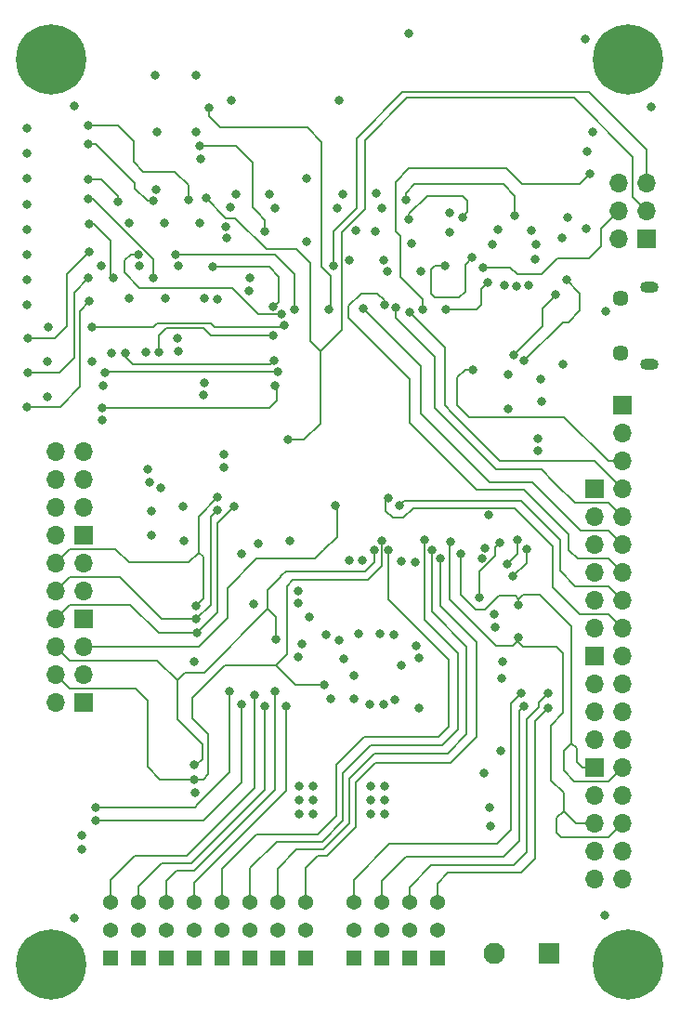
<source format=gbl>
G04 #@! TF.GenerationSoftware,KiCad,Pcbnew,6.0.11-2627ca5db0~126~ubuntu20.04.1*
G04 #@! TF.CreationDate,2023-09-04T21:17:00-03:00*
G04 #@! TF.ProjectId,Drone FCC,44726f6e-6520-4464-9343-2e6b69636164,rev?*
G04 #@! TF.SameCoordinates,Original*
G04 #@! TF.FileFunction,Copper,L4,Bot*
G04 #@! TF.FilePolarity,Positive*
%FSLAX46Y46*%
G04 Gerber Fmt 4.6, Leading zero omitted, Abs format (unit mm)*
G04 Created by KiCad (PCBNEW 6.0.11-2627ca5db0~126~ubuntu20.04.1) date 2023-09-04 21:17:00*
%MOMM*%
%LPD*%
G01*
G04 APERTURE LIST*
G04 #@! TA.AperFunction,ComponentPad*
%ADD10C,1.370000*%
G04 #@! TD*
G04 #@! TA.AperFunction,ComponentPad*
%ADD11R,1.370000X1.370000*%
G04 #@! TD*
G04 #@! TA.AperFunction,ComponentPad*
%ADD12R,1.700000X1.700000*%
G04 #@! TD*
G04 #@! TA.AperFunction,ComponentPad*
%ADD13O,1.700000X1.700000*%
G04 #@! TD*
G04 #@! TA.AperFunction,ConnectorPad*
%ADD14C,6.400000*%
G04 #@! TD*
G04 #@! TA.AperFunction,ComponentPad*
%ADD15C,3.600000*%
G04 #@! TD*
G04 #@! TA.AperFunction,ComponentPad*
%ADD16R,1.950000X1.950000*%
G04 #@! TD*
G04 #@! TA.AperFunction,ComponentPad*
%ADD17C,1.950000*%
G04 #@! TD*
G04 #@! TA.AperFunction,ComponentPad*
%ADD18O,1.700000X1.000000*%
G04 #@! TD*
G04 #@! TA.AperFunction,ComponentPad*
%ADD19C,1.450000*%
G04 #@! TD*
G04 #@! TA.AperFunction,ViaPad*
%ADD20C,0.800000*%
G04 #@! TD*
G04 #@! TA.AperFunction,Conductor*
%ADD21C,0.200000*%
G04 #@! TD*
G04 APERTURE END LIST*
D10*
G04 #@! TO.P,J14,1,Pin_1*
G04 #@! TO.N,/MCU/TIM4_CH4*
X161392400Y-131215600D03*
G04 #@! TO.P,J14,2,Pin_2*
G04 #@! TO.N,/Motores_servos_PWM/Vdd_servos*
X161392400Y-133755600D03*
D11*
G04 #@! TO.P,J14,3,Pin_3*
G04 #@! TO.N,GND*
X161392400Y-136295600D03*
G04 #@! TD*
D12*
G04 #@! TO.P,J20,1,Pin_1*
G04 #@! TO.N,3V3*
X129159000Y-112989600D03*
D13*
G04 #@! TO.P,J20,2,Pin_2*
G04 #@! TO.N,unconnected-(J20-Pad2)*
X126619000Y-112989600D03*
G04 #@! TO.P,J20,3,Pin_3*
G04 #@! TO.N,GND*
X129159000Y-110449600D03*
G04 #@! TO.P,J20,4,Pin_4*
G04 #@! TO.N,/Sensores/GNSS_SDA*
X126619000Y-110449600D03*
G04 #@! TO.P,J20,5,Pin_5*
G04 #@! TO.N,/Sensores/MAG_INT_DATA_RDY*
X129159000Y-107909600D03*
G04 #@! TO.P,J20,6,Pin_6*
G04 #@! TO.N,/Sensores/GNSS_SCL*
X126619000Y-107909600D03*
G04 #@! TD*
D12*
G04 #@! TO.P,J28,1,Pin_1*
G04 #@! TO.N,5V*
X175706000Y-108767800D03*
D13*
G04 #@! TO.P,J28,2,Pin_2*
X178246000Y-108767800D03*
G04 #@! TO.P,J28,3,Pin_3*
G04 #@! TO.N,GND*
X175706000Y-111307800D03*
G04 #@! TO.P,J28,4,Pin_4*
X178246000Y-111307800D03*
G04 #@! TO.P,J28,5,Pin_5*
X175706000Y-113847800D03*
G04 #@! TO.P,J28,6,Pin_6*
X178246000Y-113847800D03*
G04 #@! TO.P,J28,7,Pin_7*
G04 #@! TO.N,3V3*
X175706000Y-116387800D03*
G04 #@! TO.P,J28,8,Pin_8*
X178246000Y-116387800D03*
G04 #@! TD*
D12*
G04 #@! TO.P,J23,1,Pin_1*
G04 #@! TO.N,3V3*
X129159000Y-105369600D03*
D13*
G04 #@! TO.P,J23,2,Pin_2*
G04 #@! TO.N,/Sensores/GNSS_PPS*
X126619000Y-105369600D03*
G04 #@! TO.P,J23,3,Pin_3*
G04 #@! TO.N,GND*
X129159000Y-102829600D03*
G04 #@! TO.P,J23,4,Pin_4*
G04 #@! TO.N,/Sensores/GNSS_Rx*
X126619000Y-102829600D03*
G04 #@! TO.P,J23,5,Pin_5*
G04 #@! TO.N,5V*
X129159000Y-100289600D03*
G04 #@! TO.P,J23,6,Pin_6*
G04 #@! TO.N,/Sensores/GNSS_Tx*
X126619000Y-100289600D03*
G04 #@! TD*
D10*
G04 #@! TO.P,J12,1,Pin_1*
G04 #@! TO.N,/MCU/TIM4_CH2*
X156312400Y-131215600D03*
G04 #@! TO.P,J12,2,Pin_2*
G04 #@! TO.N,/Motores_servos_PWM/Vdd_servos*
X156312400Y-133755600D03*
D11*
G04 #@! TO.P,J12,3,Pin_3*
G04 #@! TO.N,GND*
X156312400Y-136295600D03*
G04 #@! TD*
D10*
G04 #@! TO.P,J9,1,Pin_1*
G04 #@! TO.N,/MCU/TIM1_CH4*
X149420900Y-131215600D03*
G04 #@! TO.P,J9,2,Pin_2*
G04 #@! TO.N,/Motores_servos_PWM/Vdd_ESC*
X149420900Y-133755600D03*
D11*
G04 #@! TO.P,J9,3,Pin_3*
G04 #@! TO.N,GND*
X149420900Y-136295600D03*
G04 #@! TD*
D10*
G04 #@! TO.P,J11,1,Pin_1*
G04 #@! TO.N,/MCU/TIM4_CH1*
X153772400Y-131215600D03*
G04 #@! TO.P,J11,2,Pin_2*
G04 #@! TO.N,/Motores_servos_PWM/Vdd_servos*
X153772400Y-133755600D03*
D11*
G04 #@! TO.P,J11,3,Pin_3*
G04 #@! TO.N,GND*
X153772400Y-136295600D03*
G04 #@! TD*
D10*
G04 #@! TO.P,J7,1,Pin_1*
G04 #@! TO.N,/MCU/TIM1_CH2*
X144340900Y-131215600D03*
G04 #@! TO.P,J7,2,Pin_2*
G04 #@! TO.N,/Motores_servos_PWM/Vdd_ESC*
X144340900Y-133755600D03*
D11*
G04 #@! TO.P,J7,3,Pin_3*
G04 #@! TO.N,GND*
X144340900Y-136295600D03*
G04 #@! TD*
D12*
G04 #@! TO.P,J29,1,Pin_1*
G04 #@! TO.N,GND*
X175706000Y-93527800D03*
D13*
G04 #@! TO.P,J29,2,Pin_2*
G04 #@! TO.N,/Conexiones_extra/UARTC_TX*
X178246000Y-93527800D03*
G04 #@! TO.P,J29,3,Pin_3*
G04 #@! TO.N,3V3*
X175706000Y-96067800D03*
G04 #@! TO.P,J29,4,Pin_4*
G04 #@! TO.N,/Conexiones_extra/UARTC_RX*
X178246000Y-96067800D03*
G04 #@! TO.P,J29,5,Pin_5*
G04 #@! TO.N,GND*
X175706000Y-98607800D03*
G04 #@! TO.P,J29,6,Pin_6*
G04 #@! TO.N,/Conexiones_extra/UARTB_TX*
X178246000Y-98607800D03*
G04 #@! TO.P,J29,7,Pin_7*
G04 #@! TO.N,3V3*
X175706000Y-101147800D03*
G04 #@! TO.P,J29,8,Pin_8*
G04 #@! TO.N,/Conexiones_extra/UARTB_RX*
X178246000Y-101147800D03*
G04 #@! TO.P,J29,9,Pin_9*
G04 #@! TO.N,GND*
X175706000Y-103687800D03*
G04 #@! TO.P,J29,10,Pin_10*
G04 #@! TO.N,/Conexiones_extra/UARTA_TX*
X178246000Y-103687800D03*
G04 #@! TO.P,J29,11,Pin_11*
G04 #@! TO.N,3V3*
X175706000Y-106227800D03*
G04 #@! TO.P,J29,12,Pin_12*
G04 #@! TO.N,/Conexiones_extra/UARTA_RX*
X178246000Y-106227800D03*
G04 #@! TD*
D14*
G04 #@! TO.P,H2,1,1*
G04 #@! TO.N,/Chassis_Bond_2*
X178824400Y-54381400D03*
D15*
X178824400Y-54381400D03*
G04 #@! TD*
D12*
G04 #@! TO.P,J27,1,Pin_1*
G04 #@! TO.N,5V*
X129159000Y-97749600D03*
D13*
G04 #@! TO.P,J27,2,Pin_2*
G04 #@! TO.N,/Conexiones_extra/SPI_MOSI*
X126619000Y-97749600D03*
G04 #@! TO.P,J27,3,Pin_3*
G04 #@! TO.N,3V3*
X129159000Y-95209600D03*
G04 #@! TO.P,J27,4,Pin_4*
G04 #@! TO.N,/Conexiones_extra/SPI_MISO*
X126619000Y-95209600D03*
G04 #@! TO.P,J27,5,Pin_5*
G04 #@! TO.N,/Conexiones_extra/SPI_SCK*
X129159000Y-92669600D03*
G04 #@! TO.P,J27,6,Pin_6*
G04 #@! TO.N,/Conexiones_extra/SPI_CS*
X126619000Y-92669600D03*
G04 #@! TO.P,J27,7,Pin_7*
G04 #@! TO.N,GND*
X129159000Y-90129600D03*
G04 #@! TO.P,J27,8,Pin_8*
G04 #@! TO.N,/Conexiones_extra/SPI_EOC*
X126619000Y-90129600D03*
G04 #@! TD*
D10*
G04 #@! TO.P,J2,1,Pin_1*
G04 #@! TO.N,/MCU/TIM3_CH1*
X131640900Y-131215600D03*
G04 #@! TO.P,J2,2,Pin_2*
G04 #@! TO.N,/Motores_servos_PWM/Vdd_ESC*
X131640900Y-133755600D03*
D11*
G04 #@! TO.P,J2,3,Pin_3*
G04 #@! TO.N,GND*
X131640900Y-136295600D03*
G04 #@! TD*
D16*
G04 #@! TO.P,J10,1,Pin_1*
G04 #@! TO.N,/Motores_servos_PWM/Vdd_servos*
X171605900Y-135865200D03*
D17*
G04 #@! TO.P,J10,2,Pin_2*
G04 #@! TO.N,GND*
X166605900Y-135865200D03*
G04 #@! TD*
D14*
G04 #@! TO.P,H1,1,1*
G04 #@! TO.N,/Chassis_Bond_1*
X126224400Y-54381400D03*
D15*
X126224400Y-54381400D03*
G04 #@! TD*
D12*
G04 #@! TO.P,J18,1,Pin_1*
G04 #@! TO.N,5V*
X178246000Y-85907800D03*
D13*
G04 #@! TO.P,J18,2,Pin_2*
G04 #@! TO.N,GND*
X178246000Y-88447800D03*
G04 #@! TO.P,J18,3,Pin_3*
G04 #@! TO.N,/MCU/TIM8_CH2*
X178246000Y-90987800D03*
G04 #@! TD*
D10*
G04 #@! TO.P,J4,1,Pin_1*
G04 #@! TO.N,/MCU/TIM3_CH3*
X136720900Y-131215600D03*
G04 #@! TO.P,J4,2,Pin_2*
G04 #@! TO.N,/Motores_servos_PWM/Vdd_ESC*
X136720900Y-133755600D03*
D11*
G04 #@! TO.P,J4,3,Pin_3*
G04 #@! TO.N,GND*
X136720900Y-136295600D03*
G04 #@! TD*
D10*
G04 #@! TO.P,J5,1,Pin_1*
G04 #@! TO.N,/MCU/TIM3_CH4*
X139260900Y-131215600D03*
G04 #@! TO.P,J5,2,Pin_2*
G04 #@! TO.N,/Motores_servos_PWM/Vdd_ESC*
X139260900Y-133755600D03*
D11*
G04 #@! TO.P,J5,3,Pin_3*
G04 #@! TO.N,GND*
X139260900Y-136295600D03*
G04 #@! TD*
D12*
G04 #@! TO.P,J26,1,Pin_1*
G04 #@! TO.N,/Conexiones_extra/I2CA_SDA*
X175706000Y-118927800D03*
D13*
G04 #@! TO.P,J26,2,Pin_2*
X178246000Y-118927800D03*
G04 #@! TO.P,J26,3,Pin_3*
G04 #@! TO.N,GND*
X175706000Y-121467800D03*
G04 #@! TO.P,J26,4,Pin_4*
X178246000Y-121467800D03*
G04 #@! TO.P,J26,5,Pin_5*
G04 #@! TO.N,/Conexiones_extra/I2CA_SCL*
X175706000Y-124007800D03*
G04 #@! TO.P,J26,6,Pin_6*
X178246000Y-124007800D03*
G04 #@! TO.P,J26,7,Pin_7*
G04 #@! TO.N,5V*
X175706000Y-126547800D03*
G04 #@! TO.P,J26,8,Pin_8*
G04 #@! TO.N,3V3*
X178246000Y-126547800D03*
G04 #@! TO.P,J26,9,Pin_9*
G04 #@! TO.N,5V*
X175706000Y-129087800D03*
G04 #@! TO.P,J26,10,Pin_10*
G04 #@! TO.N,3V3*
X178246000Y-129087800D03*
G04 #@! TD*
D15*
G04 #@! TO.P,H3,1,1*
G04 #@! TO.N,/Chassis_Bond_3*
X126224400Y-136880600D03*
D14*
X126224400Y-136880600D03*
G04 #@! TD*
D18*
G04 #@! TO.P,J25,6,SHIELD*
G04 #@! TO.N,GND*
X180771800Y-75188000D03*
X180771800Y-82188000D03*
D19*
G04 #@! TO.P,J25,7,MOUNT_1*
X178071800Y-76188000D03*
X178071800Y-81188000D03*
G04 #@! TD*
D10*
G04 #@! TO.P,J6,1,Pin_1*
G04 #@! TO.N,/MCU/TIM1_CH1*
X141800900Y-131215600D03*
G04 #@! TO.P,J6,2,Pin_2*
G04 #@! TO.N,/Motores_servos_PWM/Vdd_ESC*
X141800900Y-133755600D03*
D11*
G04 #@! TO.P,J6,3,Pin_3*
G04 #@! TO.N,GND*
X141800900Y-136295600D03*
G04 #@! TD*
D10*
G04 #@! TO.P,J3,1,Pin_1*
G04 #@! TO.N,/MCU/TIM3_CH2*
X134180900Y-131215600D03*
G04 #@! TO.P,J3,2,Pin_2*
G04 #@! TO.N,/Motores_servos_PWM/Vdd_ESC*
X134180900Y-133755600D03*
D11*
G04 #@! TO.P,J3,3,Pin_3*
G04 #@! TO.N,GND*
X134180900Y-136295600D03*
G04 #@! TD*
D14*
G04 #@! TO.P,H4,1,1*
G04 #@! TO.N,/Chassis_Bond_4*
X178824400Y-136880600D03*
D15*
X178824400Y-136880600D03*
G04 #@! TD*
D10*
G04 #@! TO.P,J8,1,Pin_1*
G04 #@! TO.N,/MCU/TIM1_CH3*
X146880900Y-131215600D03*
G04 #@! TO.P,J8,2,Pin_2*
G04 #@! TO.N,/Motores_servos_PWM/Vdd_ESC*
X146880900Y-133755600D03*
D11*
G04 #@! TO.P,J8,3,Pin_3*
G04 #@! TO.N,GND*
X146880900Y-136295600D03*
G04 #@! TD*
D12*
G04 #@! TO.P,J1,1,Pin_1*
G04 #@! TO.N,/Debug/SWDIO*
X180492400Y-70774800D03*
D13*
G04 #@! TO.P,J1,2,Pin_2*
G04 #@! TO.N,3V3*
X177952400Y-70774800D03*
G04 #@! TO.P,J1,3,Pin_3*
G04 #@! TO.N,/Debug/NRST*
X180492400Y-68234800D03*
G04 #@! TO.P,J1,4,Pin_4*
G04 #@! TO.N,/Debug/SWCLK*
X177952400Y-68234800D03*
G04 #@! TO.P,J1,5,Pin_5*
G04 #@! TO.N,/Debug/SWO*
X180492400Y-65694800D03*
G04 #@! TO.P,J1,6,Pin_6*
G04 #@! TO.N,GND*
X177952400Y-65694800D03*
G04 #@! TD*
D10*
G04 #@! TO.P,J13,1,Pin_1*
G04 #@! TO.N,/MCU/TIM4_CH3*
X158852400Y-131215600D03*
G04 #@! TO.P,J13,2,Pin_2*
G04 #@! TO.N,/Motores_servos_PWM/Vdd_servos*
X158852400Y-133755600D03*
D11*
G04 #@! TO.P,J13,3,Pin_3*
G04 #@! TO.N,GND*
X158852400Y-136295600D03*
G04 #@! TD*
D20*
G04 #@! TO.N,/MCU/SDMMC1_D3*
X162102800Y-73219700D03*
G04 #@! TO.N,/MCU/SDMMC1_CMD*
X162153600Y-77165200D03*
X166039800Y-74752200D03*
G04 #@! TO.N,/Debug/SWCLK*
X165557200Y-73355200D03*
G04 #@! TO.N,/MCU/SDMMC1_D3*
X164566600Y-72491600D03*
G04 #@! TO.N,3V3*
X159080200Y-71170800D03*
G04 #@! TO.N,Net-(J24-Pad1)*
X158826200Y-69011800D03*
X163677600Y-68808600D03*
G04 #@! TO.N,3V3*
X167487600Y-75031600D03*
X162560000Y-70180200D03*
X170281600Y-72644000D03*
X174980600Y-69824600D03*
G04 #@! TO.N,GND*
X131749800Y-81153000D03*
X142163800Y-69646800D03*
X143535400Y-99466400D03*
X139217400Y-109296200D03*
X129006600Y-126365000D03*
X139446000Y-55880000D03*
X153771600Y-112649000D03*
X158165800Y-100152200D03*
X129921000Y-81915000D03*
X139344400Y-121208800D03*
X142570200Y-67919600D03*
X156544550Y-113213750D03*
X133299200Y-76211550D03*
X142671800Y-58115200D03*
X170434000Y-71247000D03*
X162509200Y-68427600D03*
X175056800Y-62814200D03*
X157509750Y-112756550D03*
X155726850Y-70052650D03*
X153771600Y-110591600D03*
X137744200Y-79857600D03*
X137820400Y-73253600D03*
X169697400Y-74980800D03*
X128328800Y-132630100D03*
X149707600Y-105257600D03*
X152323800Y-67945000D03*
X166217600Y-124256800D03*
X154228800Y-106756200D03*
X125882400Y-81915000D03*
X152806400Y-66675000D03*
X165451675Y-99884249D03*
X159744950Y-113540050D03*
X141986000Y-90424000D03*
X128295400Y-58674000D03*
X148767800Y-108889800D03*
X156488850Y-72719650D03*
X170561000Y-90093800D03*
X176758600Y-77343000D03*
X165633400Y-119456200D03*
X135051800Y-91739650D03*
X136194800Y-93416051D03*
X139761000Y-69318500D03*
X143027400Y-66700400D03*
X125882400Y-85115400D03*
X174879000Y-52552600D03*
X144653000Y-104013000D03*
X152450800Y-58140600D03*
X144246600Y-75522900D03*
X130937000Y-84124800D03*
X125933200Y-78790800D03*
X180924200Y-58775600D03*
X148691600Y-103987600D03*
X166090600Y-95927300D03*
X140208000Y-76174600D03*
X168605200Y-75082400D03*
X152476200Y-107365800D03*
X145084800Y-98526600D03*
X159486600Y-107873800D03*
X135307400Y-95540600D03*
X135178800Y-92908050D03*
X130759200Y-73253600D03*
X133309400Y-69293100D03*
X129032000Y-125095000D03*
X138217051Y-95129400D03*
X139852400Y-63500000D03*
X140157200Y-83870800D03*
X130886200Y-87249000D03*
X176682400Y-132410200D03*
X134823200Y-81102200D03*
X136626600Y-76160750D03*
X170942000Y-85598000D03*
X149453600Y-70993000D03*
X167335200Y-109270800D03*
X173304200Y-68834000D03*
X149072600Y-107645200D03*
X159943800Y-73710800D03*
X172897800Y-82169000D03*
X153372650Y-100067025D03*
X167157400Y-117398800D03*
X137769600Y-81000600D03*
X134289800Y-73228200D03*
X136560600Y-69293100D03*
X158775400Y-52044600D03*
X167894000Y-86233000D03*
X169951400Y-70002400D03*
X139420600Y-61010800D03*
G04 #@! TO.N,3V3*
X123977400Y-76809600D03*
X148844000Y-120599200D03*
X156159200Y-106705400D03*
X156641800Y-120599200D03*
X123977400Y-74523600D03*
X159719550Y-108968050D03*
X124002800Y-65278000D03*
X166565950Y-105003600D03*
X151688800Y-112699800D03*
X155371800Y-121869200D03*
X155371800Y-120599200D03*
X148844000Y-121869200D03*
X156641800Y-121869200D03*
X153390050Y-72719650D03*
X172745400Y-70649500D03*
X167284400Y-110769400D03*
X166636100Y-106146600D03*
X142227900Y-70662799D03*
X135839200Y-61061600D03*
X167868600Y-83159600D03*
X157454600Y-106857800D03*
X149479000Y-65252600D03*
X159385000Y-100203000D03*
X153974250Y-70027250D03*
X156641800Y-123139200D03*
X166928800Y-69951600D03*
X144297400Y-74303700D03*
X148844000Y-123139200D03*
X141986000Y-91567000D03*
X150114000Y-120599200D03*
X124002800Y-69926200D03*
X148691600Y-102870000D03*
X135813800Y-66268600D03*
X166192200Y-122580400D03*
X151231600Y-106807000D03*
X155274550Y-113213750D03*
X154541050Y-100041625D03*
X150114000Y-121869200D03*
X124028200Y-62966600D03*
X150114000Y-123139200D03*
X158093950Y-109632350D03*
X170865800Y-83515200D03*
X156895800Y-73685400D03*
X141376400Y-76225400D03*
X156337000Y-67970400D03*
X124002800Y-60680600D03*
X146100800Y-66700400D03*
X124028200Y-72173500D03*
X140131800Y-84988400D03*
X165760400Y-98983800D03*
X148005800Y-98247200D03*
X124002800Y-67589400D03*
X175564800Y-61036200D03*
X155829000Y-66649600D03*
X170535600Y-88925400D03*
X138293250Y-98304400D03*
X155371800Y-123139200D03*
X166420800Y-71247000D03*
X135332800Y-97750400D03*
X135712200Y-55880000D03*
X152857200Y-109067600D03*
X146583400Y-67945000D03*
G04 #@! TO.N,Net-(C9-Pad1)*
X130302000Y-123799600D03*
X143560800Y-113157000D03*
G04 #@! TO.N,Net-(C10-Pad1)*
X130302000Y-122555000D03*
X142494000Y-112014000D03*
G04 #@! TO.N,/Sensores/GNSS_Tx*
X139446000Y-104165400D03*
X141401800Y-94335600D03*
G04 #@! TO.N,/Sensores/GNSS_Rx*
X141351000Y-95453200D03*
X139446000Y-105384600D03*
G04 #@! TO.N,/Conexiones_extra/I2CA_SCL*
X162606150Y-98323400D03*
X168808400Y-107111800D03*
G04 #@! TO.N,/Sensores/GNSS_SDA*
X139217400Y-120015000D03*
X156311600Y-98247200D03*
X151130000Y-111429800D03*
G04 #@! TO.N,/Sensores/GNSS_SCL*
X155651200Y-99161600D03*
X139217400Y-118719600D03*
X146685000Y-107264200D03*
G04 #@! TO.N,/Conexiones_extra/I2CA_SDA*
X168808400Y-104089200D03*
X163550600Y-99441000D03*
G04 #@! TO.N,/MCU/TIM3_CH1*
X144729200Y-112293400D03*
G04 #@! TO.N,/MCU/TIM3_CH2*
X145694400Y-113360200D03*
G04 #@! TO.N,/Debug/NRST*
X140309600Y-67056000D03*
X147802600Y-89077800D03*
G04 #@! TO.N,/MCU/TIM3_CH3*
X146608800Y-111988600D03*
G04 #@! TO.N,/MCU/TIM3_CH4*
X147599400Y-113334800D03*
G04 #@! TO.N,/MCU/TIM4_CH1*
X169062400Y-112141000D03*
G04 #@! TO.N,/Debug/SWO*
X151909950Y-73253600D03*
G04 #@! TO.N,/MCU/TIM4_CH2*
X169316400Y-113309400D03*
G04 #@! TO.N,/MCU/TIM4_CH3*
X171500800Y-112141000D03*
G04 #@! TO.N,/MCU/TIM4_CH4*
X171500800Y-113538000D03*
G04 #@! TO.N,/Conexiones_extra/UARTA_TX*
X157988000Y-95046800D03*
G04 #@! TO.N,/Conexiones_extra/UARTB_TX*
X154673300Y-77101700D03*
G04 #@! TO.N,/Conexiones_extra/UARTA_RX*
X156946600Y-94411800D03*
G04 #@! TO.N,/Conexiones_extra/UARTB_RX*
X156591000Y-76733400D03*
G04 #@! TO.N,/Conexiones_extra/UARTC_TX*
X158851600Y-77419200D03*
G04 #@! TO.N,/Sensores/MAG_INT_DATA_RDY*
X152120600Y-95046800D03*
G04 #@! TO.N,/MCU/SDMMC1_D0*
X169341800Y-81864200D03*
X173202600Y-74523600D03*
G04 #@! TO.N,/MCU/SDMMC1_D1*
X168376600Y-81356200D03*
X172212000Y-75819000D03*
G04 #@! TO.N,/MCU/TIM1_CH1*
X156972000Y-99161600D03*
G04 #@! TO.N,/MCU/TIM1_CH2*
X160248600Y-98196400D03*
G04 #@! TO.N,/MCU/TIM1_CH3*
X160909000Y-99161600D03*
G04 #@! TO.N,/MCU/TIM1_CH4*
X161671000Y-99847400D03*
G04 #@! TO.N,/Conexiones_extra/UARTC_RX*
X157632400Y-77038200D03*
G04 #@! TO.N,Net-(J24-Pad5)*
X168478200Y-68630800D03*
X158521400Y-67183000D03*
G04 #@! TO.N,Net-(Q2-Pad3)*
X129565400Y-65328800D03*
X132334000Y-67360800D03*
G04 #@! TO.N,Net-(Q3-Pad3)*
X129641600Y-69418200D03*
X131902200Y-74345800D03*
G04 #@! TO.N,Net-(Q4-Pad3)*
X129565400Y-62128400D03*
X135559800Y-67310000D03*
G04 #@! TO.N,Net-(Q5-Pad3)*
X129590800Y-60452000D03*
X138734800Y-67233800D03*
G04 #@! TO.N,Net-(Q7-Pad3)*
X135509000Y-74295000D03*
X129565400Y-67106800D03*
G04 #@! TO.N,/MCU/SPI2_MISO*
X167792400Y-100355400D03*
X168681400Y-98171000D03*
G04 #@! TO.N,/MCU/PD3(EXTI3)*
X175310800Y-64846200D03*
X160045400Y-77165200D03*
G04 #@! TO.N,Net-(R16-Pad1)*
X165227000Y-103454200D03*
X167132000Y-98450400D03*
G04 #@! TO.N,Net-(R17-Pad1)*
X168325800Y-101473000D03*
X169519600Y-99060000D03*
G04 #@! TO.N,/Leds indicadores + pulsadores/LED1*
X147167600Y-77622400D03*
X134137400Y-72186800D03*
G04 #@! TO.N,/Leds indicadores + pulsadores/LED2*
X140919200Y-73329800D03*
X146456400Y-76962000D03*
G04 #@! TO.N,/Leds indicadores + pulsadores/LED3*
X148361400Y-77165200D03*
X137515600Y-72212200D03*
G04 #@! TO.N,/Leds indicadores + pulsadores/LED4*
X146481800Y-79578200D03*
X136017000Y-81076800D03*
G04 #@! TO.N,/Leds indicadores + pulsadores/LED5*
X130835400Y-86156800D03*
X146583400Y-84099400D03*
G04 #@! TO.N,/Leds indicadores + pulsadores/LED6*
X146558000Y-81864200D03*
X132969000Y-81153000D03*
G04 #@! TO.N,/Leds indicadores + pulsadores/LED7*
X129921000Y-78816200D03*
X147421600Y-78638400D03*
G04 #@! TO.N,/Leds indicadores + pulsadores/LED8*
X131089400Y-82956400D03*
X146837400Y-82829400D03*
G04 #@! TO.N,/Leds indicadores + pulsadores/SW_1*
X151511000Y-77190600D03*
X140563600Y-58851800D03*
G04 #@! TO.N,/Leds indicadores + pulsadores/SW_2*
X139750800Y-62280800D03*
X145669000Y-70104000D03*
G04 #@! TO.N,/Sensores/GNSS_PPS*
X139471400Y-106680000D03*
X142849600Y-95173800D03*
G04 #@! TO.N,/MCU/TIM8_CH2*
X164668200Y-82677000D03*
G04 #@! TO.N,Net-(Q1-Pad3)*
X124002800Y-86055200D03*
X129717800Y-76454000D03*
G04 #@! TO.N,Net-(Q8-Pad3)*
X129616200Y-74345800D03*
X124053600Y-82956400D03*
G04 #@! TO.N,Net-(Q6-Pad3)*
X124053600Y-79781400D03*
X129641600Y-71907400D03*
G04 #@! TD*
D21*
G04 #@! TO.N,/MCU/SDMMC1_D3*
X160832800Y-73583800D02*
X160832800Y-75742800D01*
X160832800Y-75742800D02*
X161213800Y-76123800D01*
X162102800Y-73219700D02*
X161196900Y-73219700D01*
X161196900Y-73219700D02*
X160832800Y-73583800D01*
X161213800Y-76123800D02*
X163372800Y-76123800D01*
X163372800Y-76123800D02*
X163931600Y-75565000D01*
G04 #@! TO.N,/MCU/SDMMC1_CMD*
X165430200Y-75361800D02*
X165430200Y-76733400D01*
X162153600Y-77165200D02*
X164998400Y-77165200D01*
X164998400Y-77165200D02*
X165430200Y-76733400D01*
X166039800Y-74752200D02*
X165430200Y-75361800D01*
G04 #@! TO.N,/Debug/SWCLK*
X165557200Y-73355200D02*
X168046400Y-73355200D01*
X168706800Y-74015600D02*
X170891200Y-74015600D01*
X168046400Y-73355200D02*
X168706800Y-74015600D01*
X170891200Y-74015600D02*
X172389800Y-72517000D01*
X172389800Y-72517000D02*
X175209200Y-72517000D01*
X175209200Y-72517000D02*
X176326800Y-71399400D01*
X176326800Y-71399400D02*
X176326800Y-69860400D01*
X176326800Y-69860400D02*
X177952400Y-68234800D01*
G04 #@! TO.N,/MCU/SDMMC1_D3*
X163931600Y-73126600D02*
X164566600Y-72491600D01*
X163931600Y-75565000D02*
X163931600Y-73126600D01*
G04 #@! TO.N,Net-(J24-Pad1)*
X158826200Y-68503800D02*
X158826200Y-69011800D01*
X164160200Y-67310000D02*
X163677600Y-66827400D01*
X160502600Y-66827400D02*
X158826200Y-68503800D01*
X163677600Y-68808600D02*
X164160200Y-68326000D01*
X164160200Y-68326000D02*
X164160200Y-67310000D01*
X163677600Y-66827400D02*
X160502600Y-66827400D01*
G04 #@! TO.N,/MCU/PD3(EXTI3)*
X160045400Y-77165200D02*
X160045400Y-76225400D01*
X157581600Y-70053200D02*
X157581600Y-65582800D01*
X160045400Y-76225400D02*
X158013400Y-74193400D01*
X158013400Y-74193400D02*
X158013400Y-70485000D01*
X158013400Y-70485000D02*
X157581600Y-70053200D01*
X174396400Y-65760600D02*
X175310800Y-64846200D01*
X157581600Y-65582800D02*
X158800800Y-64363600D01*
X158800800Y-64363600D02*
X167716200Y-64363600D01*
X167716200Y-64363600D02*
X169113200Y-65760600D01*
X169113200Y-65760600D02*
X174396400Y-65760600D01*
G04 #@! TO.N,Net-(C9-Pad1)*
X130302000Y-123799600D02*
X140055600Y-123799600D01*
X140055600Y-123799600D02*
X143560800Y-120294400D01*
X143560800Y-120294400D02*
X143560800Y-113157000D01*
G04 #@! TO.N,Net-(C10-Pad1)*
X130302000Y-122555000D02*
X139293600Y-122555000D01*
X141274800Y-120573800D02*
X139598400Y-122250200D01*
X142494000Y-112014000D02*
X142494000Y-119354600D01*
X139293600Y-122555000D02*
X139598400Y-122250200D01*
X142494000Y-119354600D02*
X141274800Y-120573800D01*
G04 #@! TO.N,/Sensores/GNSS_Tx*
X138760200Y-100253800D02*
X133299200Y-100253800D01*
X132054600Y-99009200D02*
X127899400Y-99009200D01*
X139674600Y-99339400D02*
X138760200Y-100253800D01*
X140081000Y-103530400D02*
X139446000Y-104165400D01*
X127899400Y-99009200D02*
X126619000Y-100289600D01*
X139674600Y-99339400D02*
X140081000Y-99745800D01*
X140081000Y-100584000D02*
X140081000Y-103530400D01*
X139674600Y-96062800D02*
X139674600Y-99339400D01*
X133299200Y-100253800D02*
X132054600Y-99009200D01*
X140081000Y-99745800D02*
X140081000Y-100584000D01*
X141401800Y-94335600D02*
X139674600Y-96062800D01*
G04 #@! TO.N,/Sensores/GNSS_Rx*
X141351000Y-95453200D02*
X140741400Y-96062800D01*
X136296400Y-105384600D02*
X132461000Y-101549200D01*
X140741400Y-100330000D02*
X140741400Y-97815400D01*
X140741400Y-104089200D02*
X140741400Y-100330000D01*
X127899400Y-101549200D02*
X126619000Y-102829600D01*
X139446000Y-105384600D02*
X140741400Y-104089200D01*
X139446000Y-105384600D02*
X136296400Y-105384600D01*
X140741400Y-96062800D02*
X140741400Y-97815400D01*
X132461000Y-101549200D02*
X127899400Y-101549200D01*
G04 #@! TO.N,/Conexiones_extra/I2CA_SCL*
X175706000Y-124007800D02*
X174071200Y-124007800D01*
X172288200Y-107899200D02*
X172897800Y-108508800D01*
X162534600Y-103581200D02*
X162534600Y-98394950D01*
X168808400Y-107467400D02*
X169240200Y-107899200D01*
X172288200Y-123545600D02*
X172948600Y-122885200D01*
X169240200Y-107899200D02*
X172288200Y-107899200D01*
X172948600Y-121259600D02*
X171780200Y-120091200D01*
X171780200Y-120091200D02*
X171780200Y-115087400D01*
X178246000Y-124007800D02*
X176981000Y-125272800D01*
X171780200Y-115087400D02*
X172897800Y-113969800D01*
X172948600Y-122885200D02*
X172948600Y-121259600D01*
X172669200Y-125272800D02*
X172288200Y-124891800D01*
X166801800Y-107848400D02*
X162534600Y-103581200D01*
X162534600Y-98394950D02*
X162606150Y-98323400D01*
X172288200Y-124891800D02*
X172288200Y-123545600D01*
X172897800Y-113969800D02*
X172897800Y-108508800D01*
X174071200Y-124007800D02*
X172948600Y-122885200D01*
X168275000Y-107848400D02*
X166801800Y-107848400D01*
X168808400Y-107111800D02*
X168808400Y-107315000D01*
X168808400Y-107315000D02*
X168275000Y-107848400D01*
X176981000Y-125272800D02*
X172669200Y-125272800D01*
X168808400Y-107111800D02*
X168808400Y-107467400D01*
G04 #@! TO.N,/Sensores/GNSS_SDA*
X147688300Y-102400100D02*
X147688300Y-108369100D01*
X148513800Y-111429800D02*
X151130000Y-111429800D01*
X140055600Y-120015000D02*
X139217400Y-120015000D01*
X147688300Y-108648500D02*
X146710400Y-109626400D01*
X126619000Y-110449600D02*
X127878600Y-111709200D01*
X139115800Y-114452400D02*
X140512800Y-115849400D01*
X139115800Y-112572800D02*
X139115800Y-114452400D01*
X155041600Y-101854000D02*
X148234400Y-101854000D01*
X140512800Y-115849400D02*
X140512800Y-119557800D01*
X156311600Y-100584000D02*
X155041600Y-101854000D01*
X127878600Y-111709200D02*
X130962400Y-111709200D01*
X143941800Y-109626400D02*
X142062200Y-109626400D01*
X140131800Y-111556800D02*
X139115800Y-112572800D01*
X148234400Y-101854000D02*
X147688300Y-102400100D01*
X146710400Y-109626400D02*
X148513800Y-111429800D01*
X135001000Y-112801400D02*
X133908800Y-111709200D01*
X146710400Y-109626400D02*
X143941800Y-109626400D01*
X147688300Y-108369100D02*
X147688300Y-108648500D01*
X142062200Y-109626400D02*
X140131800Y-111556800D01*
X156311600Y-98247200D02*
X156311600Y-100584000D01*
X136144000Y-120015000D02*
X135001000Y-118872000D01*
X133908800Y-111709200D02*
X130962400Y-111709200D01*
X135001000Y-118872000D02*
X135001000Y-112801400D01*
X140512800Y-119557800D02*
X140055600Y-120015000D01*
X139217400Y-120015000D02*
X136144000Y-120015000D01*
G04 #@! TO.N,/Sensores/GNSS_SCL*
X147243800Y-101447600D02*
X147078700Y-101612700D01*
X137693400Y-110998000D02*
X138430000Y-110261400D01*
X147078700Y-101612700D02*
X146989800Y-101701600D01*
X145923000Y-102768400D02*
X145923000Y-104089200D01*
X137693400Y-110998000D02*
X137693400Y-111201200D01*
X139979400Y-116789200D02*
X138595100Y-115404900D01*
X145923000Y-104495600D02*
X146685000Y-105257600D01*
X155651200Y-100253800D02*
X154813000Y-101092000D01*
X140157200Y-110261400D02*
X145923000Y-104495600D01*
X147078700Y-101612700D02*
X145923000Y-102768400D01*
X152247600Y-101092000D02*
X152196800Y-101041200D01*
X127878600Y-109169200D02*
X135864600Y-109169200D01*
X139395200Y-118719600D02*
X139979400Y-118135400D01*
X154813000Y-101092000D02*
X152247600Y-101092000D01*
X139979400Y-118135400D02*
X139979400Y-116789200D01*
X146685000Y-105257600D02*
X146685000Y-107264200D01*
X126619000Y-107909600D02*
X127878600Y-109169200D01*
X135864600Y-109169200D02*
X137693400Y-110998000D01*
X152196800Y-101041200D02*
X147650200Y-101041200D01*
X155651200Y-99161600D02*
X155651200Y-100253800D01*
X137693400Y-114503200D02*
X138595100Y-115404900D01*
X139217400Y-118719600D02*
X139395200Y-118719600D01*
X147650200Y-101041200D02*
X147243800Y-101447600D01*
X137693400Y-111201200D02*
X137693400Y-114503200D01*
X138430000Y-110261400D02*
X140157200Y-110261400D01*
X147243800Y-101447600D02*
X146964400Y-101727000D01*
X145923000Y-104089200D02*
X145923000Y-104495600D01*
G04 #@! TO.N,/Conexiones_extra/I2CA_SDA*
X168503600Y-103276400D02*
X167005000Y-103276400D01*
X168808400Y-103581200D02*
X168503600Y-103276400D01*
X174117000Y-118389400D02*
X174655400Y-118927800D01*
X173634400Y-116713000D02*
X174117000Y-117195600D01*
X169240200Y-103149400D02*
X170738800Y-103149400D01*
X165760400Y-104521000D02*
X164896800Y-104521000D01*
X173634400Y-106045000D02*
X173634400Y-107035600D01*
X174117000Y-117195600D02*
X174117000Y-118389400D01*
X172923200Y-119227600D02*
X172923200Y-117424200D01*
X164896800Y-104521000D02*
X164820600Y-104444800D01*
X163550600Y-103174800D02*
X163550600Y-99441000D01*
X170738800Y-103149400D02*
X173634400Y-106045000D01*
X173634400Y-107035600D02*
X173634400Y-116713000D01*
X164820600Y-104444800D02*
X163550600Y-103174800D01*
X178246000Y-118927800D02*
X176981000Y-120192800D01*
X167005000Y-103276400D02*
X165760400Y-104521000D01*
X172923200Y-117424200D02*
X173634400Y-116713000D01*
X173888400Y-120192800D02*
X172923200Y-119227600D01*
X168808400Y-103581200D02*
X169240200Y-103149400D01*
X174655400Y-118927800D02*
X175706000Y-118927800D01*
X176981000Y-120192800D02*
X173888400Y-120192800D01*
X168808400Y-104089200D02*
X168808400Y-103581200D01*
G04 #@! TO.N,/MCU/TIM3_CH1*
X144729200Y-112293400D02*
X144729200Y-120802400D01*
X144729200Y-120802400D02*
X138557000Y-126974600D01*
X138557000Y-126974600D02*
X133858000Y-126974600D01*
X131640900Y-129191700D02*
X131640900Y-131215600D01*
X133858000Y-126974600D02*
X131640900Y-129191700D01*
G04 #@! TO.N,/MCU/TIM3_CH2*
X134180900Y-129735900D02*
X134195500Y-129735900D01*
X134180900Y-131215600D02*
X134180900Y-129735900D01*
X136245600Y-127685800D02*
X138963400Y-127685800D01*
X138963400Y-127685800D02*
X145694400Y-120954800D01*
X134195500Y-129735900D02*
X136245600Y-127685800D01*
X145694400Y-120954800D02*
X145694400Y-113360200D01*
G04 #@! TO.N,/Debug/NRST*
X148564600Y-71729600D02*
X149834600Y-72999600D01*
X143002000Y-68884800D02*
X145846800Y-71729600D01*
X149834600Y-72999600D02*
X149834600Y-80086200D01*
X152679400Y-70180200D02*
X152679400Y-79070200D01*
X180492400Y-68234800D02*
X179222400Y-66964800D01*
X150749000Y-81000600D02*
X150749000Y-87579200D01*
X154813000Y-68046600D02*
X152679400Y-70180200D01*
X179222400Y-63296800D02*
X173837600Y-57912000D01*
X173837600Y-57912000D02*
X158648400Y-57912000D01*
X149834600Y-80086200D02*
X150749000Y-81000600D01*
X142138400Y-68884800D02*
X143002000Y-68884800D01*
X154813000Y-61747400D02*
X154813000Y-68046600D01*
X158648400Y-57912000D02*
X154813000Y-61747400D01*
X152679400Y-79070200D02*
X150749000Y-81000600D01*
X145846800Y-71729600D02*
X148564600Y-71729600D01*
X140309600Y-67056000D02*
X142138400Y-68884800D01*
X179222400Y-66964800D02*
X179222400Y-63296800D01*
X150749000Y-87579200D02*
X149250400Y-89077800D01*
X149250400Y-89077800D02*
X147802600Y-89077800D01*
G04 #@! TO.N,/MCU/TIM3_CH3*
X139260900Y-128353500D02*
X137609900Y-128353500D01*
X146608800Y-121005600D02*
X139260900Y-128353500D01*
X137609900Y-128353500D02*
X136720900Y-129242500D01*
X136720900Y-129242500D02*
X136720900Y-131215600D01*
X146608800Y-111988600D02*
X146608800Y-121005600D01*
G04 #@! TO.N,/MCU/TIM3_CH4*
X139260900Y-129394900D02*
X139260900Y-131215600D01*
X147599400Y-113334800D02*
X147599400Y-121056400D01*
X147599400Y-121056400D02*
X139260900Y-129394900D01*
G04 #@! TO.N,/MCU/TIM4_CH1*
X168097200Y-124637800D02*
X166827200Y-125907800D01*
X153772400Y-129158200D02*
X153772400Y-131215600D01*
X168097200Y-113106200D02*
X168097200Y-124637800D01*
X157022800Y-125907800D02*
X153772400Y-129158200D01*
X169062400Y-112141000D02*
X168097200Y-113106200D01*
X166827200Y-125907800D02*
X157022800Y-125907800D01*
G04 #@! TO.N,/Debug/SWO*
X180492400Y-65694800D02*
X180492400Y-62636400D01*
X154051000Y-67970400D02*
X151909950Y-70111450D01*
X180492400Y-62636400D02*
X175260000Y-57404000D01*
X151909950Y-70111450D02*
X151909950Y-73253600D01*
X175260000Y-57404000D02*
X158242000Y-57404000D01*
X158242000Y-57404000D02*
X154051000Y-61595000D01*
X154051000Y-61595000D02*
X154051000Y-67970400D01*
G04 #@! TO.N,/MCU/TIM4_CH2*
X158523000Y-127050800D02*
X167462200Y-127050800D01*
X168884600Y-113741200D02*
X169316400Y-113309400D01*
X156312400Y-131215600D02*
X156312400Y-129261400D01*
X156312400Y-129261400D02*
X158523000Y-127050800D01*
X167462200Y-127050800D02*
X168884600Y-125628400D01*
X168884600Y-125628400D02*
X168884600Y-113741200D01*
G04 #@! TO.N,/MCU/TIM4_CH3*
X170662600Y-113436400D02*
X169595800Y-114503200D01*
X158852400Y-131215600D02*
X158852400Y-129818600D01*
X169595800Y-126619000D02*
X169595800Y-119151400D01*
X171500800Y-112141000D02*
X170662600Y-112979200D01*
X158852400Y-129818600D02*
X160832800Y-127838200D01*
X170662600Y-112979200D02*
X170662600Y-113436400D01*
X168376600Y-127838200D02*
X169595800Y-126619000D01*
X169595800Y-114503200D02*
X169595800Y-119151400D01*
X160832800Y-127838200D02*
X168376600Y-127838200D01*
G04 #@! TO.N,/MCU/TIM4_CH4*
X161392400Y-129488400D02*
X162356800Y-128524000D01*
X170332400Y-114706400D02*
X171500800Y-113538000D01*
X162356800Y-128524000D02*
X169037000Y-128524000D01*
X170332400Y-127228600D02*
X170332400Y-114706400D01*
X169037000Y-128524000D02*
X170332400Y-127228600D01*
X161392400Y-131215600D02*
X161392400Y-129488400D01*
G04 #@! TO.N,/Conexiones_extra/UARTA_TX*
X176971000Y-102412800D02*
X173990000Y-102412800D01*
X173990000Y-102412800D02*
X172593000Y-101015800D01*
X169037000Y-94665800D02*
X158369000Y-94665800D01*
X172593000Y-98221800D02*
X169037000Y-94665800D01*
X158369000Y-94665800D02*
X157988000Y-95046800D01*
X172593000Y-101015800D02*
X172593000Y-98221800D01*
X178246000Y-103687800D02*
X176971000Y-102412800D01*
G04 #@! TO.N,/Conexiones_extra/UARTB_TX*
X175336200Y-97332800D02*
X174447200Y-97332800D01*
X154673300Y-77101700D02*
X159918400Y-82346800D01*
X172694600Y-95580200D02*
X170053000Y-92938600D01*
X166141400Y-92938600D02*
X159918400Y-86715600D01*
X159918400Y-82346800D02*
X159918400Y-82473800D01*
X159918400Y-86715600D02*
X159918400Y-84226400D01*
X159918400Y-84226400D02*
X159918400Y-82473800D01*
X178246000Y-98607800D02*
X176971000Y-97332800D01*
X170053000Y-92938600D02*
X166141400Y-92938600D01*
X176971000Y-97332800D02*
X175336200Y-97332800D01*
X174447200Y-97332800D02*
X172694600Y-95580200D01*
G04 #@! TO.N,/Conexiones_extra/UARTA_RX*
X157353000Y-96189800D02*
X158292800Y-96189800D01*
X159207200Y-95275400D02*
X168427400Y-95275400D01*
X156946600Y-94411800D02*
X156718000Y-94640400D01*
X171932600Y-98780600D02*
X171932600Y-102539800D01*
X174345600Y-104952800D02*
X176971000Y-104952800D01*
X171932600Y-102539800D02*
X174345600Y-104952800D01*
X168427400Y-95275400D02*
X171932600Y-98780600D01*
X156718000Y-94640400D02*
X156718000Y-95554800D01*
X156718000Y-95554800D02*
X157353000Y-96189800D01*
X158292800Y-96189800D02*
X159207200Y-95275400D01*
X176971000Y-104952800D02*
X178246000Y-106227800D01*
G04 #@! TO.N,/Conexiones_extra/UARTB_RX*
X174193200Y-99872800D02*
X176971000Y-99872800D01*
X155956000Y-75717400D02*
X154508200Y-75717400D01*
X165023800Y-93624400D02*
X169316400Y-93624400D01*
X176971000Y-99872800D02*
X178246000Y-101147800D01*
X158902400Y-87503000D02*
X165023800Y-93624400D01*
X153339800Y-77952600D02*
X158902400Y-83515200D01*
X158902400Y-83515200D02*
X158902400Y-87503000D01*
X156591000Y-76733400D02*
X156591000Y-76352400D01*
X153339800Y-76885800D02*
X153339800Y-77952600D01*
X153339800Y-76885800D02*
X154508200Y-75717400D01*
X173405800Y-97713800D02*
X173405800Y-99085400D01*
X173405800Y-99085400D02*
X174193200Y-99872800D01*
X169316400Y-93624400D02*
X173405800Y-97713800D01*
X156591000Y-76352400D02*
X155956000Y-75717400D01*
G04 #@! TO.N,/Conexiones_extra/UARTC_TX*
X178246000Y-93527800D02*
X175701000Y-90982800D01*
X162890200Y-86741000D02*
X162102800Y-85953600D01*
X167132000Y-90982800D02*
X162890200Y-86741000D01*
X162102800Y-80670400D02*
X162102800Y-81026000D01*
X175701000Y-90982800D02*
X168503600Y-90982800D01*
X162102800Y-81610200D02*
X162102800Y-81026000D01*
X162102800Y-85953600D02*
X162102800Y-81610200D01*
X158851600Y-77419200D02*
X162102800Y-80670400D01*
X168503600Y-90982800D02*
X167132000Y-90982800D01*
G04 #@! TO.N,/Sensores/MAG_INT_DATA_RDY*
X142265400Y-102590600D02*
X144957800Y-99898200D01*
X142265400Y-105283000D02*
X142265400Y-102590600D01*
X152247600Y-95173800D02*
X152247600Y-97917000D01*
X152120600Y-95046800D02*
X152247600Y-95173800D01*
X129159000Y-107909600D02*
X139638800Y-107909600D01*
X139638800Y-107909600D02*
X142265400Y-105283000D01*
X150266400Y-99898200D02*
X151028400Y-99136200D01*
X144957800Y-99898200D02*
X150266400Y-99898200D01*
X152247600Y-97917000D02*
X151028400Y-99136200D01*
G04 #@! TO.N,/MCU/SDMMC1_D0*
X174421800Y-77266800D02*
X173329600Y-78359000D01*
X173202600Y-74523600D02*
X174421800Y-75742800D01*
X174421800Y-75742800D02*
X174421800Y-77266800D01*
X172847000Y-78359000D02*
X169341800Y-81864200D01*
X173329600Y-78359000D02*
X172847000Y-78359000D01*
G04 #@! TO.N,/MCU/SDMMC1_D1*
X170992800Y-78740000D02*
X168376600Y-81356200D01*
X172212000Y-75920600D02*
X170992800Y-77139800D01*
X172212000Y-75819000D02*
X172212000Y-75920600D01*
X170992800Y-77139800D02*
X170992800Y-78740000D01*
G04 #@! TO.N,/MCU/TIM1_CH1*
X144957800Y-124993400D02*
X141800900Y-128150300D01*
X150545800Y-124993400D02*
X144957800Y-124993400D01*
X161518600Y-116179600D02*
X154711400Y-116179600D01*
X162445700Y-115252500D02*
X161518600Y-116179600D01*
X156972000Y-103632000D02*
X162445700Y-109105700D01*
X162445700Y-109105700D02*
X162445700Y-115252500D01*
X156972000Y-99161600D02*
X156972000Y-103632000D01*
X152196800Y-123342400D02*
X150545800Y-124993400D01*
X141800900Y-128150300D02*
X141800900Y-131215600D01*
X154711400Y-116179600D02*
X152196800Y-118694200D01*
X152196800Y-118694200D02*
X152196800Y-123342400D01*
G04 #@! TO.N,/MCU/TIM1_CH2*
X150901400Y-125679200D02*
X146761200Y-125679200D01*
X161848800Y-116916200D02*
X155295600Y-116916200D01*
X160248600Y-105511600D02*
X163271200Y-108534200D01*
X160248600Y-98196400D02*
X160248600Y-105511600D01*
X163271200Y-115493800D02*
X161848800Y-116916200D01*
X146761200Y-125679200D02*
X144340900Y-128099500D01*
X152781000Y-119430800D02*
X152781000Y-123799600D01*
X163271200Y-108534200D02*
X163271200Y-115493800D01*
X144340900Y-128099500D02*
X144340900Y-131215600D01*
X155295600Y-116916200D02*
X152781000Y-119430800D01*
X152781000Y-123799600D02*
X150901400Y-125679200D01*
G04 #@! TO.N,/MCU/TIM1_CH3*
X164084000Y-115900200D02*
X162318700Y-117665500D01*
X164084000Y-107924600D02*
X164084000Y-115900200D01*
X151028400Y-126415800D02*
X148590000Y-126415800D01*
X146880900Y-128124900D02*
X146880900Y-131215600D01*
X153416000Y-124028200D02*
X151028400Y-126415800D01*
X148590000Y-126415800D02*
X146880900Y-128124900D01*
X155689300Y-117665500D02*
X153416000Y-119938800D01*
X153416000Y-119938800D02*
X153416000Y-124028200D01*
X160909000Y-99161600D02*
X160909000Y-104749600D01*
X160909000Y-104749600D02*
X164084000Y-107924600D01*
X162318700Y-117665500D02*
X155689300Y-117665500D01*
G04 #@! TO.N,/MCU/TIM1_CH4*
X154000200Y-124333000D02*
X151358600Y-126974600D01*
X156502100Y-118554500D02*
X155765500Y-118554500D01*
X150545800Y-126974600D02*
X149420900Y-128099500D01*
X161671000Y-99847400D02*
X161671000Y-104165400D01*
X162598100Y-118554500D02*
X156502100Y-118554500D01*
X151358600Y-126974600D02*
X150545800Y-126974600D01*
X164973000Y-116179600D02*
X162598100Y-118554500D01*
X164973000Y-107467400D02*
X164973000Y-116179600D01*
X155765500Y-118554500D02*
X154000200Y-120319800D01*
X161671000Y-104165400D02*
X164973000Y-107467400D01*
X149420900Y-128099500D02*
X149420900Y-131215600D01*
X154000200Y-120319800D02*
X154000200Y-124333000D01*
G04 #@! TO.N,/Conexiones_extra/UARTC_RX*
X157632400Y-77978000D02*
X161163000Y-81508600D01*
X161163000Y-82981800D02*
X161163000Y-81940400D01*
X172135800Y-92989400D02*
X170891200Y-91744800D01*
X174752000Y-94792800D02*
X173939200Y-94792800D01*
X167335200Y-91744800D02*
X166751000Y-91744800D01*
X161163000Y-81508600D02*
X161163000Y-81940400D01*
X163296600Y-88290400D02*
X161163000Y-86156800D01*
X173939200Y-94792800D02*
X172135800Y-92989400D01*
X176971000Y-94792800D02*
X174752000Y-94792800D01*
X166751000Y-91744800D02*
X163296600Y-88290400D01*
X157632400Y-77038200D02*
X157632400Y-77978000D01*
X178246000Y-96067800D02*
X176971000Y-94792800D01*
X161163000Y-86156800D02*
X161163000Y-82981800D01*
X170891200Y-91744800D02*
X167335200Y-91744800D01*
G04 #@! TO.N,Net-(J24-Pad5)*
X160959800Y-65786000D02*
X162382200Y-65786000D01*
X168478200Y-68630800D02*
X168478200Y-66827400D01*
X158521400Y-67183000D02*
X158521400Y-66598800D01*
X167436800Y-65786000D02*
X162382200Y-65786000D01*
X159334200Y-65786000D02*
X160959800Y-65786000D01*
X168478200Y-66827400D02*
X167436800Y-65786000D01*
X158521400Y-66598800D02*
X159334200Y-65786000D01*
G04 #@! TO.N,Net-(Q2-Pad3)*
X130759200Y-65328800D02*
X129565400Y-65328800D01*
X132334000Y-66903600D02*
X130759200Y-65328800D01*
X132334000Y-67360800D02*
X132334000Y-66903600D01*
G04 #@! TO.N,Net-(Q3-Pad3)*
X131648200Y-70967600D02*
X131648200Y-74091800D01*
X131648200Y-74091800D02*
X131902200Y-74345800D01*
X131343400Y-70662800D02*
X130098800Y-69418200D01*
X130098800Y-69418200D02*
X129641600Y-69418200D01*
X131648200Y-70967600D02*
X131343400Y-70662800D01*
G04 #@! TO.N,Net-(Q4-Pad3)*
X133858000Y-66192400D02*
X134975600Y-67310000D01*
X130302000Y-62128400D02*
X133858000Y-65684400D01*
X129565400Y-62128400D02*
X130302000Y-62128400D01*
X134975600Y-67310000D02*
X135559800Y-67310000D01*
X133858000Y-65684400D02*
X133858000Y-66192400D01*
G04 #@! TO.N,Net-(Q5-Pad3)*
X129590800Y-60452000D02*
X132308600Y-60452000D01*
X138734800Y-65887600D02*
X138734800Y-67233800D01*
X132308600Y-60452000D02*
X133718300Y-61861700D01*
X133718300Y-63741300D02*
X134620000Y-64643000D01*
X137490200Y-64643000D02*
X138734800Y-65887600D01*
X134620000Y-64643000D02*
X137490200Y-64643000D01*
X133718300Y-61861700D02*
X133718300Y-63741300D01*
G04 #@! TO.N,Net-(Q7-Pad3)*
X135509000Y-74295000D02*
X135509000Y-72635767D01*
X135509000Y-72635767D02*
X129980033Y-67106800D01*
X129980033Y-67106800D02*
X129565400Y-67106800D01*
G04 #@! TO.N,/MCU/SPI2_MISO*
X168681400Y-98171000D02*
X168681400Y-99466400D01*
X168681400Y-99466400D02*
X167792400Y-100355400D01*
G04 #@! TO.N,Net-(R16-Pad1)*
X166674800Y-99669600D02*
X166674800Y-98907600D01*
X166674800Y-98907600D02*
X167132000Y-98450400D01*
X165277800Y-103403400D02*
X165277800Y-101066600D01*
X165277800Y-101066600D02*
X166674800Y-99669600D01*
X165227000Y-103454200D02*
X165277800Y-103403400D01*
G04 #@! TO.N,Net-(R17-Pad1)*
X169519600Y-99060000D02*
X169519600Y-99898200D01*
X169519600Y-100279200D02*
X168325800Y-101473000D01*
X169519600Y-99898200D02*
X169519600Y-100279200D01*
G04 #@! TO.N,/Leds indicadores + pulsadores/LED1*
X134137400Y-72186800D02*
X133451600Y-72186800D01*
X132892800Y-73837800D02*
X134289800Y-75234800D01*
X132892800Y-72745600D02*
X132892800Y-73837800D01*
X142722600Y-75234800D02*
X145110200Y-77622400D01*
X145110200Y-77622400D02*
X147167600Y-77622400D01*
X133451600Y-72186800D02*
X132892800Y-72745600D01*
X134289800Y-75234800D02*
X142722600Y-75234800D01*
G04 #@! TO.N,/Leds indicadores + pulsadores/LED2*
X146075400Y-73329800D02*
X146939000Y-74193400D01*
X146939000Y-76479400D02*
X146456400Y-76962000D01*
X146939000Y-74193400D02*
X146939000Y-76479400D01*
X140919200Y-73329800D02*
X146075400Y-73329800D01*
G04 #@! TO.N,/Leds indicadores + pulsadores/LED3*
X137528300Y-72199500D02*
X146621500Y-72199500D01*
X137515600Y-72212200D02*
X137528300Y-72199500D01*
X146621500Y-72199500D02*
X148361400Y-73939400D01*
X148361400Y-73939400D02*
X148361400Y-77165200D01*
G04 #@! TO.N,/Leds indicadores + pulsadores/LED4*
X146481800Y-79578200D02*
X140792200Y-79578200D01*
X136017000Y-79603600D02*
X136017000Y-81076800D01*
X140792200Y-79578200D02*
X140106400Y-78892400D01*
X140106400Y-78892400D02*
X136728200Y-78892400D01*
X136728200Y-78892400D02*
X136017000Y-79603600D01*
G04 #@! TO.N,/Leds indicadores + pulsadores/LED5*
X146126200Y-86156800D02*
X130835400Y-86156800D01*
X146583400Y-84099400D02*
X146761200Y-84277200D01*
X146761200Y-84277200D02*
X146761200Y-85521800D01*
X146761200Y-85521800D02*
X146126200Y-86156800D01*
G04 #@! TO.N,/Leds indicadores + pulsadores/LED6*
X132969000Y-81153000D02*
X132969000Y-81483200D01*
X132969000Y-81483200D02*
X133680200Y-82194400D01*
X146227800Y-82194400D02*
X146558000Y-81864200D01*
X133680200Y-82194400D02*
X146227800Y-82194400D01*
G04 #@! TO.N,/Leds indicadores + pulsadores/LED7*
X129921000Y-78816200D02*
X135509000Y-78816200D01*
X140792200Y-78460600D02*
X141097000Y-78765400D01*
X135864600Y-78460600D02*
X140792200Y-78460600D01*
X141097000Y-78765400D02*
X147294600Y-78765400D01*
X147294600Y-78765400D02*
X147421600Y-78638400D01*
X135509000Y-78816200D02*
X135864600Y-78460600D01*
G04 #@! TO.N,/Leds indicadores + pulsadores/LED8*
X131216400Y-82829400D02*
X131089400Y-82956400D01*
X146837400Y-82829400D02*
X131216400Y-82829400D01*
G04 #@! TO.N,/Leds indicadores + pulsadores/SW_1*
X141605000Y-60629800D02*
X140563600Y-59588400D01*
X151511000Y-77190600D02*
X151714200Y-76987400D01*
X151714200Y-76987400D02*
X151714200Y-74142600D01*
X151714200Y-74142600D02*
X150876000Y-73304400D01*
X150876000Y-61950600D02*
X149555200Y-60629800D01*
X149555200Y-60629800D02*
X141605000Y-60629800D01*
X140563600Y-59588400D02*
X140563600Y-58851800D01*
X150876000Y-73304400D02*
X150876000Y-61950600D01*
G04 #@! TO.N,/Leds indicadores + pulsadores/SW_2*
X139801600Y-62331600D02*
X139750800Y-62280800D01*
X143052800Y-62331600D02*
X142138400Y-62331600D01*
X144551400Y-67919600D02*
X144551400Y-63830200D01*
X145669000Y-69037200D02*
X144970500Y-68338700D01*
X144970500Y-68338700D02*
X144551400Y-67919600D01*
X145669000Y-70104000D02*
X145669000Y-69037200D01*
X144551400Y-63830200D02*
X143052800Y-62331600D01*
X142138400Y-62331600D02*
X139801600Y-62331600D01*
G04 #@! TO.N,/Sensores/GNSS_PPS*
X133400800Y-104089200D02*
X127899400Y-104089200D01*
X139471400Y-106680000D02*
X135991600Y-106680000D01*
X135991600Y-106680000D02*
X133400800Y-104089200D01*
X141376400Y-104775000D02*
X141376400Y-102666800D01*
X142849600Y-95173800D02*
X141376400Y-96647000D01*
X139471400Y-106680000D02*
X141376400Y-104775000D01*
X141376400Y-102666800D02*
X141376400Y-99237800D01*
X141376400Y-96647000D02*
X141376400Y-99237800D01*
X127899400Y-104089200D02*
X126619000Y-105369600D01*
G04 #@! TO.N,/MCU/TIM8_CH2*
X164312600Y-86995000D02*
X172974000Y-86995000D01*
X164668200Y-82677000D02*
X163957000Y-82677000D01*
X172974000Y-86995000D02*
X176966800Y-90987800D01*
X163220400Y-83413600D02*
X163220400Y-85902800D01*
X176966800Y-90987800D02*
X178246000Y-90987800D01*
X163957000Y-82677000D02*
X163220400Y-83413600D01*
X163220400Y-85902800D02*
X164312600Y-86995000D01*
G04 #@! TO.N,Net-(Q1-Pad3)*
X128828800Y-84251800D02*
X127025400Y-86055200D01*
X129717800Y-76454000D02*
X128828800Y-77343000D01*
X128828800Y-77343000D02*
X128828800Y-84251800D01*
X127025400Y-86055200D02*
X124002800Y-86055200D01*
G04 #@! TO.N,Net-(Q8-Pad3)*
X129616200Y-74345800D02*
X128295400Y-75666600D01*
X126974600Y-82956400D02*
X124053600Y-82956400D01*
X128295400Y-75666600D02*
X128295400Y-81635600D01*
X128295400Y-81635600D02*
X126974600Y-82956400D01*
G04 #@! TO.N,Net-(Q6-Pad3)*
X126542800Y-79781400D02*
X127609600Y-78714600D01*
X127609600Y-78714600D02*
X127609600Y-73939400D01*
X124053600Y-79781400D02*
X126542800Y-79781400D01*
X127609600Y-73939400D02*
X129641600Y-71907400D01*
G04 #@! TD*
M02*

</source>
